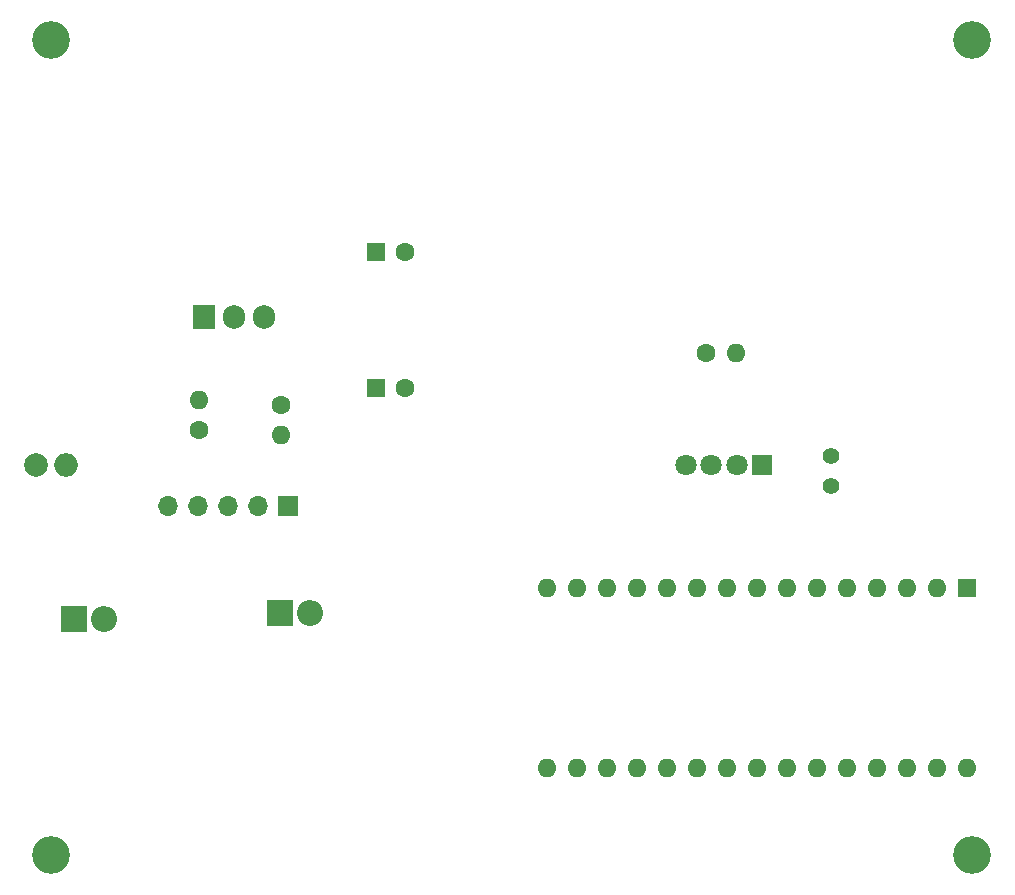
<source format=gbr>
%TF.GenerationSoftware,KiCad,Pcbnew,8.0.2-1.fc40*%
%TF.CreationDate,2024-06-01T22:16:48+03:00*%
%TF.ProjectId,project-depth-to-nmea,70726f6a-6563-4742-9d64-657074682d74,rev?*%
%TF.SameCoordinates,Original*%
%TF.FileFunction,Soldermask,Bot*%
%TF.FilePolarity,Negative*%
%FSLAX46Y46*%
G04 Gerber Fmt 4.6, Leading zero omitted, Abs format (unit mm)*
G04 Created by KiCad (PCBNEW 8.0.2-1.fc40) date 2024-06-01 22:16:48*
%MOMM*%
%LPD*%
G01*
G04 APERTURE LIST*
%ADD10C,3.200000*%
%ADD11R,1.600000X1.600000*%
%ADD12O,1.600000X1.600000*%
%ADD13R,1.700000X1.700000*%
%ADD14O,1.700000X1.700000*%
%ADD15C,1.600000*%
%ADD16C,1.400000*%
%ADD17R,2.200000X2.200000*%
%ADD18O,2.200000X2.200000*%
%ADD19R,1.800000X1.800000*%
%ADD20C,1.800000*%
%ADD21R,1.905000X2.000000*%
%ADD22O,1.905000X2.000000*%
%ADD23C,2.000000*%
%ADD24O,2.000000X2.000000*%
G04 APERTURE END LIST*
D10*
%TO.C,H2*%
X178000000Y-50000000D03*
%TD*%
D11*
%TO.C,A1*%
X177550000Y-96390000D03*
D12*
X175010000Y-96390000D03*
X172470000Y-96390000D03*
X169930000Y-96390000D03*
X167390000Y-96390000D03*
X164850000Y-96390000D03*
X162310000Y-96390000D03*
X159770000Y-96390000D03*
X157230000Y-96390000D03*
X154690000Y-96390000D03*
X152150000Y-96390000D03*
X149610000Y-96390000D03*
X147070000Y-96390000D03*
X144530000Y-96390000D03*
X141990000Y-96390000D03*
X141990000Y-111630000D03*
X144530000Y-111630000D03*
X147070000Y-111630000D03*
X149610000Y-111630000D03*
X152150000Y-111630000D03*
X154690000Y-111630000D03*
X157230000Y-111630000D03*
X159770000Y-111630000D03*
X162310000Y-111630000D03*
X164850000Y-111630000D03*
X167390000Y-111630000D03*
X169930000Y-111630000D03*
X172470000Y-111630000D03*
X175010000Y-111630000D03*
X177550000Y-111630000D03*
%TD*%
D13*
%TO.C,J1*%
X120080000Y-89500000D03*
D14*
X117540000Y-89500000D03*
X115000000Y-89500000D03*
X112460000Y-89500000D03*
X109920000Y-89500000D03*
%TD*%
D15*
%TO.C,R1*%
X112500000Y-83045000D03*
D12*
X112500000Y-80505000D03*
%TD*%
D15*
%TO.C,R3*%
X155455000Y-76500000D03*
D12*
X157995000Y-76500000D03*
%TD*%
D16*
%TO.C,JP1*%
X166000000Y-85250000D03*
X166000000Y-87790000D03*
%TD*%
D10*
%TO.C,H4*%
X178000000Y-119000000D03*
%TD*%
D11*
%TO.C,C1*%
X127500000Y-68000000D03*
D15*
X130000000Y-68000000D03*
%TD*%
D17*
%TO.C,D1*%
X119428200Y-98500000D03*
D18*
X121968200Y-98500000D03*
%TD*%
D11*
%TO.C,C2*%
X127500000Y-79500000D03*
D15*
X130000000Y-79500000D03*
%TD*%
D19*
%TO.C,D3*%
X160240000Y-86000000D03*
D20*
X158081000Y-86000000D03*
X155922000Y-86000000D03*
X153763000Y-86000000D03*
%TD*%
D21*
%TO.C,U1*%
X112920000Y-73500000D03*
D22*
X115460000Y-73500000D03*
X118000000Y-73500000D03*
%TD*%
D10*
%TO.C,H3*%
X100000000Y-119000000D03*
%TD*%
D17*
%TO.C,D2*%
X101920000Y-99000000D03*
D18*
X104460000Y-99000000D03*
%TD*%
D23*
%TO.C,L1*%
X98730000Y-86000000D03*
D24*
X101270000Y-86000000D03*
%TD*%
D15*
%TO.C,R2*%
X119500000Y-80960000D03*
D12*
X119500000Y-83500000D03*
%TD*%
D10*
%TO.C,H1*%
X100000000Y-50000000D03*
%TD*%
M02*

</source>
